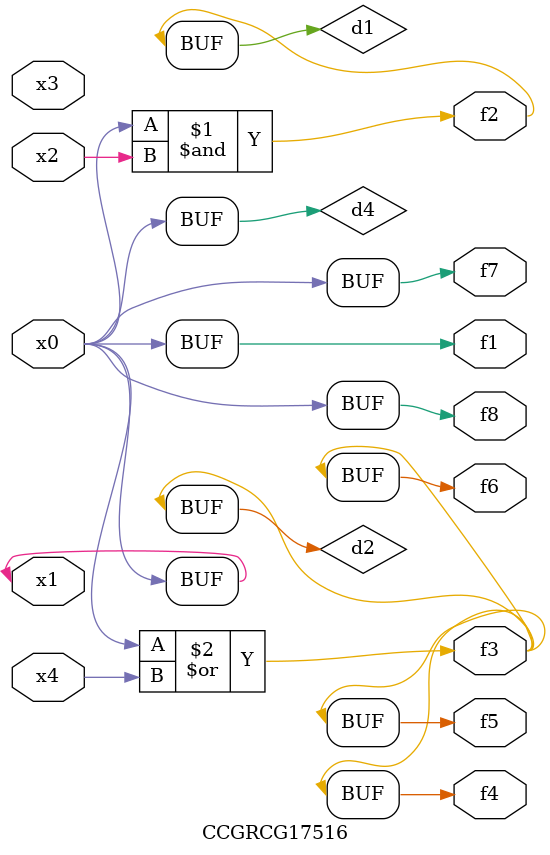
<source format=v>
module CCGRCG17516(
	input x0, x1, x2, x3, x4,
	output f1, f2, f3, f4, f5, f6, f7, f8
);

	wire d1, d2, d3, d4;

	and (d1, x0, x2);
	or (d2, x0, x4);
	nand (d3, x0, x2);
	buf (d4, x0, x1);
	assign f1 = d4;
	assign f2 = d1;
	assign f3 = d2;
	assign f4 = d2;
	assign f5 = d2;
	assign f6 = d2;
	assign f7 = d4;
	assign f8 = d4;
endmodule

</source>
